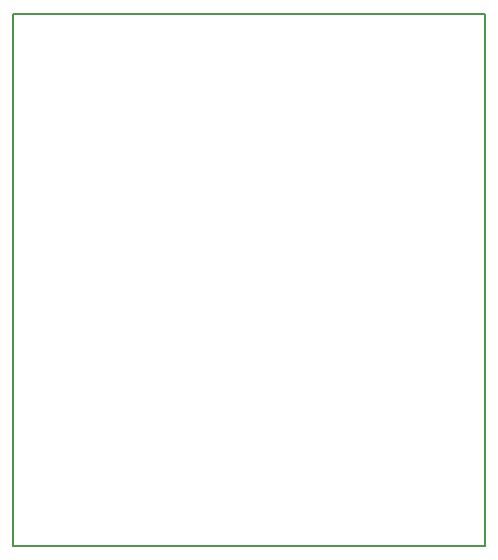
<source format=gbr>
G04 #@! TF.GenerationSoftware,KiCad,Pcbnew,5.1.0-5.1.0*
G04 #@! TF.CreationDate,2019-03-27T16:13:27-07:00*
G04 #@! TF.ProjectId,t962,74393632-2e6b-4696-9361-645f70636258,1.2.3*
G04 #@! TF.SameCoordinates,Original*
G04 #@! TF.FileFunction,Profile,NP*
%FSLAX46Y46*%
G04 Gerber Fmt 4.6, Leading zero omitted, Abs format (unit mm)*
G04 Created by KiCad (PCBNEW 5.1.0-5.1.0) date 2019-03-27 16:13:27*
%MOMM*%
%LPD*%
G04 APERTURE LIST*
%ADD10C,0.150000*%
G04 APERTURE END LIST*
D10*
X167900000Y-76100000D02*
X163800000Y-76100000D01*
X167900000Y-31100000D02*
X167900000Y-76100000D01*
X127900000Y-76100000D02*
X163800000Y-76100000D01*
X127900000Y-31100000D02*
X127900000Y-76100000D01*
X167900000Y-31100000D02*
X127900000Y-31100000D01*
M02*

</source>
